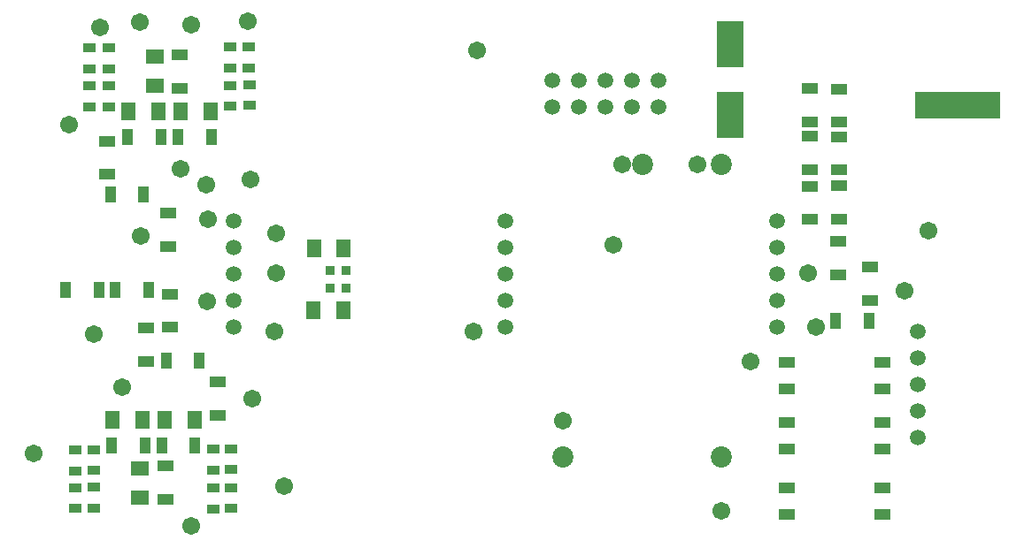
<source format=gbr>
%TF.GenerationSoftware,Altium Limited,Altium Designer,21.6.4 (81)*%
G04 Layer_Color=16711935*
%FSLAX43Y43*%
%MOMM*%
%TF.SameCoordinates,F87848A5-9C76-4C60-8026-6C1C3CCCB256*%
%TF.FilePolarity,Negative*%
%TF.FileFunction,Soldermask,Bot*%
%TF.Part,Single*%
G01*
G75*
%TA.AperFunction,NonConductor*%
%ADD35R,8.204X2.515*%
%TA.AperFunction,SMDPad,CuDef*%
%ADD36R,1.020X1.620*%
%ADD37R,1.620X1.020*%
%ADD38R,2.520X4.470*%
%ADD39R,1.320X1.820*%
%ADD40R,0.870X0.920*%
%ADD41R,1.280X0.830*%
%ADD42R,1.820X1.320*%
%TA.AperFunction,ComponentPad*%
%ADD43C,1.520*%
%ADD44C,2.020*%
%ADD45C,1.703*%
D35*
X91742Y41627D02*
D03*
D36*
X6466Y23925D02*
D03*
X9666D02*
D03*
X11202D02*
D03*
X14402D02*
D03*
X83312Y21031D02*
D03*
X80112D02*
D03*
X19243Y17170D02*
D03*
X16043D02*
D03*
X15629Y9084D02*
D03*
X18829D02*
D03*
X14054D02*
D03*
X10854D02*
D03*
X10710Y33103D02*
D03*
X13910D02*
D03*
X12386Y38582D02*
D03*
X15586D02*
D03*
X17196Y38582D02*
D03*
X20396D02*
D03*
D37*
X16386Y23571D02*
D03*
Y20371D02*
D03*
X75425Y2480D02*
D03*
X84575Y5020D02*
D03*
X75425D02*
D03*
X84575Y2480D02*
D03*
X75425Y8730D02*
D03*
X84575Y11270D02*
D03*
X75425D02*
D03*
X84575Y8730D02*
D03*
X75425Y14480D02*
D03*
X84575Y17020D02*
D03*
X75425D02*
D03*
X84575Y14480D02*
D03*
X77648Y40031D02*
D03*
Y43231D02*
D03*
Y35458D02*
D03*
Y38658D02*
D03*
Y30709D02*
D03*
Y33909D02*
D03*
X83372Y22987D02*
D03*
Y26187D02*
D03*
X80330Y25390D02*
D03*
Y28590D02*
D03*
X80391Y33952D02*
D03*
Y30752D02*
D03*
X16277Y31293D02*
D03*
Y28093D02*
D03*
X14148Y17145D02*
D03*
Y20345D02*
D03*
X20989Y11929D02*
D03*
Y15129D02*
D03*
X15959Y3877D02*
D03*
Y7077D02*
D03*
X10379Y38227D02*
D03*
Y35027D02*
D03*
X80391Y38651D02*
D03*
Y35451D02*
D03*
Y43223D02*
D03*
Y40023D02*
D03*
X17339Y43285D02*
D03*
Y46485D02*
D03*
D38*
X70002Y47542D02*
D03*
Y40742D02*
D03*
D39*
X18758Y11495D02*
D03*
X15908D02*
D03*
X30134Y22060D02*
D03*
X32984D02*
D03*
X33038Y27961D02*
D03*
X30188D02*
D03*
X13766Y11495D02*
D03*
X10916D02*
D03*
X17446Y41027D02*
D03*
X20296D02*
D03*
X12459Y41039D02*
D03*
X15309D02*
D03*
D40*
X33259Y25806D02*
D03*
X31709D02*
D03*
X33286Y24169D02*
D03*
X31736D02*
D03*
D41*
X22294Y8745D02*
D03*
Y6745D02*
D03*
X20541Y6685D02*
D03*
Y8685D02*
D03*
X7341Y6636D02*
D03*
Y8636D02*
D03*
X9119Y8661D02*
D03*
Y6661D02*
D03*
X9118Y5064D02*
D03*
Y3064D02*
D03*
X7391Y3038D02*
D03*
Y5038D02*
D03*
X20541Y2961D02*
D03*
Y4961D02*
D03*
X22295Y5012D02*
D03*
Y3012D02*
D03*
X10547Y43522D02*
D03*
Y41522D02*
D03*
X24002Y43646D02*
D03*
Y41646D02*
D03*
X8743Y45132D02*
D03*
Y47132D02*
D03*
X23952Y47256D02*
D03*
Y45256D02*
D03*
X22143D02*
D03*
Y47256D02*
D03*
X22198Y41563D02*
D03*
Y43563D02*
D03*
X8743Y41497D02*
D03*
Y43497D02*
D03*
X10547Y47133D02*
D03*
Y45133D02*
D03*
D42*
X13516Y4027D02*
D03*
Y6877D02*
D03*
X14951Y43491D02*
D03*
Y46341D02*
D03*
D43*
X88000Y20000D02*
D03*
Y17460D02*
D03*
Y14920D02*
D03*
Y12380D02*
D03*
Y9840D02*
D03*
X53000Y44000D02*
D03*
X55540D02*
D03*
X58080D02*
D03*
X60620D02*
D03*
X63160D02*
D03*
X53000Y41460D02*
D03*
X55540D02*
D03*
X58080D02*
D03*
X60620D02*
D03*
X63160D02*
D03*
X22500Y20420D02*
D03*
Y22960D02*
D03*
Y25500D02*
D03*
Y28040D02*
D03*
Y30580D02*
D03*
X48500Y20420D02*
D03*
Y22960D02*
D03*
Y25500D02*
D03*
Y28040D02*
D03*
Y30580D02*
D03*
X74500Y20420D02*
D03*
Y22960D02*
D03*
Y25500D02*
D03*
Y28040D02*
D03*
Y30580D02*
D03*
D44*
X61610Y36000D02*
D03*
X69210D02*
D03*
X54010Y8000D02*
D03*
X69210D02*
D03*
D45*
X13665Y29108D02*
D03*
X17457Y35595D02*
D03*
X20045Y30714D02*
D03*
X86657Y23851D02*
D03*
X77470Y25552D02*
D03*
X9119Y19710D02*
D03*
X20015Y22860D02*
D03*
X54045Y11465D02*
D03*
X59673Y35983D02*
D03*
X13503Y49608D02*
D03*
X6756Y39822D02*
D03*
X9703Y49078D02*
D03*
X18466Y49327D02*
D03*
X24130Y34544D02*
D03*
X19916Y34064D02*
D03*
X88986Y29632D02*
D03*
X71984Y17094D02*
D03*
X58858Y28298D02*
D03*
X26604Y25595D02*
D03*
X26441Y19990D02*
D03*
X45466D02*
D03*
X26619Y29405D02*
D03*
X23890Y49682D02*
D03*
X69210Y2821D02*
D03*
X3353Y8331D02*
D03*
X24302Y13558D02*
D03*
X18440Y1346D02*
D03*
X11862Y14667D02*
D03*
X27349Y5162D02*
D03*
X78220Y20447D02*
D03*
X66903Y36000D02*
D03*
X45796Y46952D02*
D03*
%TF.MD5,4ddce35949d784f32ade1b0c932ecef2*%
M02*

</source>
